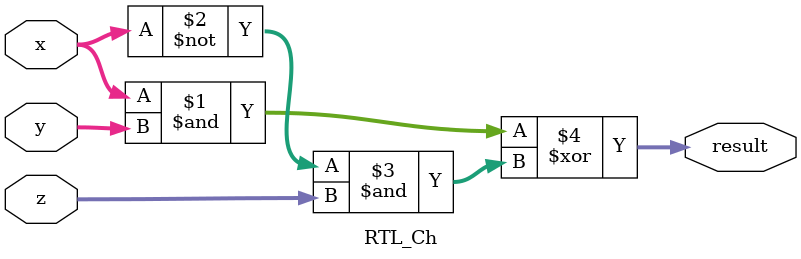
<source format=v>
`timescale 1ns / 1ps


module RTL_Ch(x,y,z,result);
input wire [31:0] x,y,z;
output wire [31:0] result;
assign result = (((x) & (y)) ^ (~(x) & (z)));
//#define Ch(x, y, z) (((x) & (y)) ^ (~(x) & (z)))
endmodule

</source>
